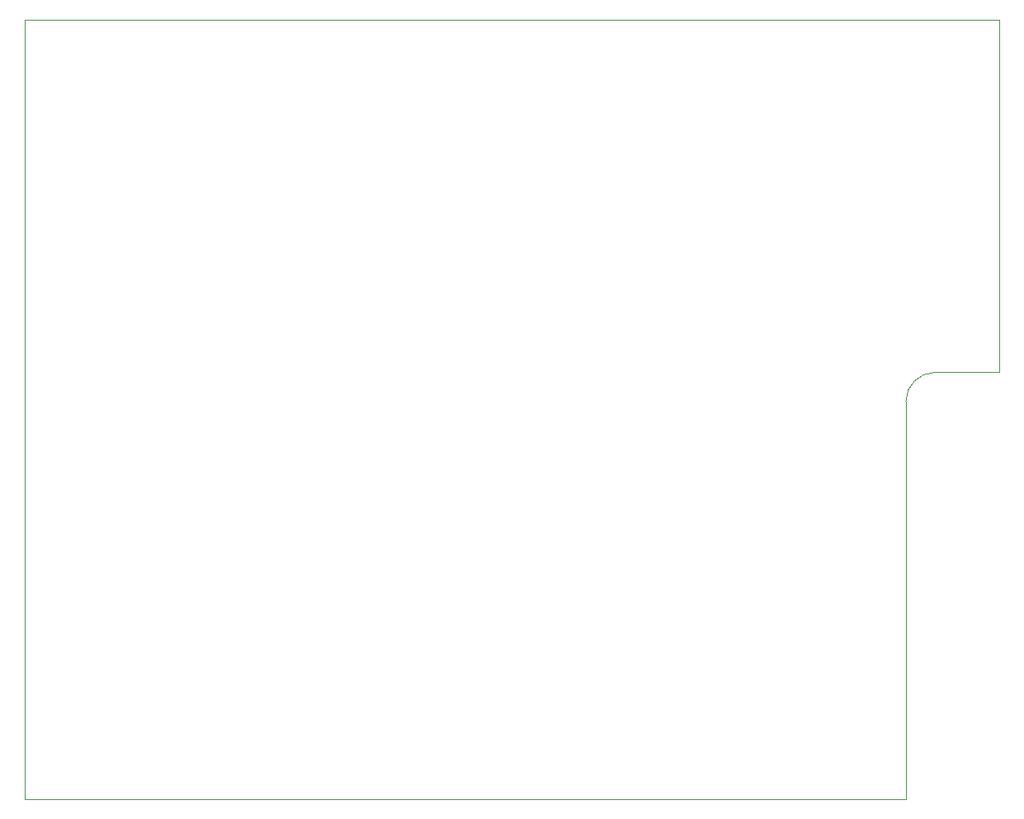
<source format=gbr>
%TF.GenerationSoftware,KiCad,Pcbnew,7.0.4*%
%TF.CreationDate,2023-07-09T20:25:33+02:00*%
%TF.ProjectId,ample,616d706c-652e-46b6-9963-61645f706362,rev?*%
%TF.SameCoordinates,Original*%
%TF.FileFunction,Profile,NP*%
%FSLAX46Y46*%
G04 Gerber Fmt 4.6, Leading zero omitted, Abs format (unit mm)*
G04 Created by KiCad (PCBNEW 7.0.4) date 2023-07-09 20:25:33*
%MOMM*%
%LPD*%
G01*
G04 APERTURE LIST*
%TA.AperFunction,Profile*%
%ADD10C,0.100000*%
%TD*%
G04 APERTURE END LIST*
D10*
X193400000Y-86200000D02*
G75*
G03*
X190400000Y-89200000I0J-3000000D01*
G01*
X190400000Y-98200000D02*
X190400000Y-89200000D01*
X200000000Y-50000000D02*
X100000000Y-50000000D01*
X200000000Y-86200000D02*
X200000000Y-50000000D01*
X100000000Y-50000000D02*
X100000000Y-130000000D01*
X193400000Y-86200000D02*
X200000000Y-86200000D01*
X100000000Y-130000000D02*
X190400000Y-130000000D01*
X190400000Y-98200000D02*
X190400000Y-130000000D01*
M02*

</source>
